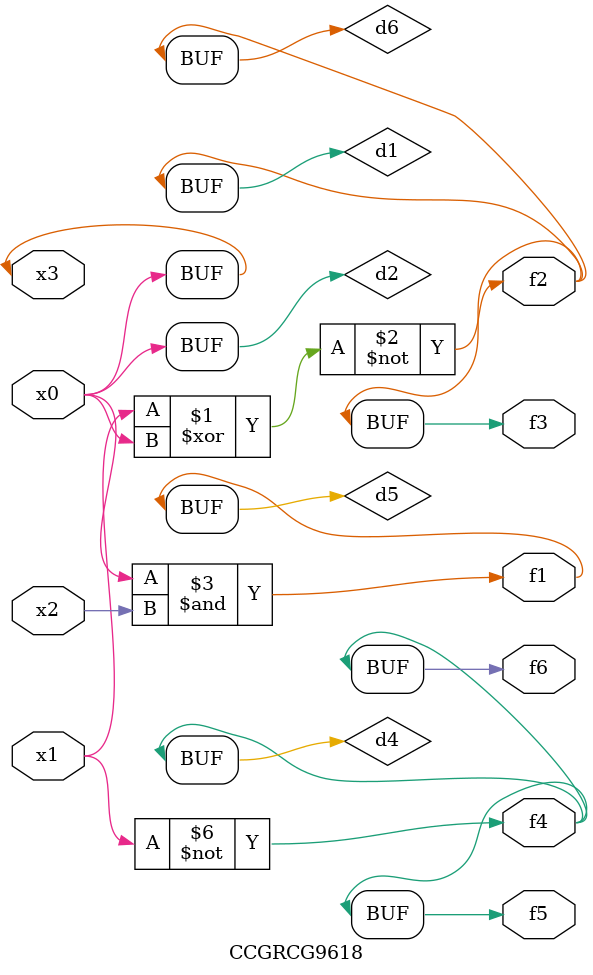
<source format=v>
module CCGRCG9618(
	input x0, x1, x2, x3,
	output f1, f2, f3, f4, f5, f6
);

	wire d1, d2, d3, d4, d5, d6;

	xnor (d1, x1, x3);
	buf (d2, x0, x3);
	nand (d3, x0, x2);
	not (d4, x1);
	nand (d5, d3);
	or (d6, d1);
	assign f1 = d5;
	assign f2 = d6;
	assign f3 = d6;
	assign f4 = d4;
	assign f5 = d4;
	assign f6 = d4;
endmodule

</source>
